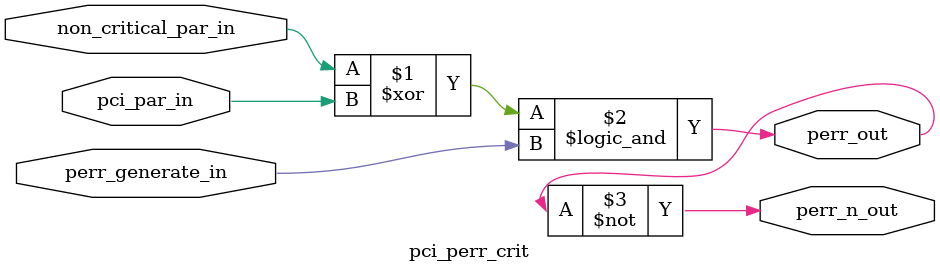
<source format=v>


// This one is used in parity generator/checker for parity error output (PERR#)

// synopsys translate_off
`include "timescale.v"
// synopsys translate_on

module pci_perr_crit
(
    perr_out,
    perr_n_out,
    non_critical_par_in,
    pci_par_in,
    perr_generate_in
) ;

output  perr_out,
        perr_n_out;

input   non_critical_par_in,
        pci_par_in,
        perr_generate_in ;

assign perr_out     = (non_critical_par_in ^ pci_par_in) && perr_generate_in ;
assign perr_n_out   = ~perr_out ;

endmodule

</source>
